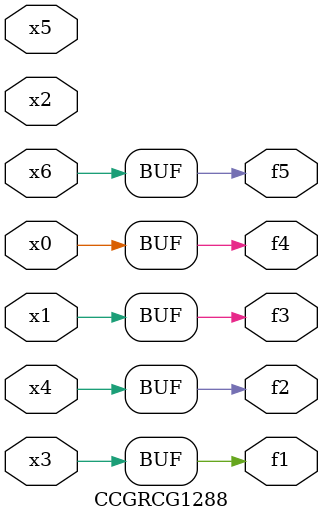
<source format=v>
module CCGRCG1288(
	input x0, x1, x2, x3, x4, x5, x6,
	output f1, f2, f3, f4, f5
);
	assign f1 = x3;
	assign f2 = x4;
	assign f3 = x1;
	assign f4 = x0;
	assign f5 = x6;
endmodule

</source>
